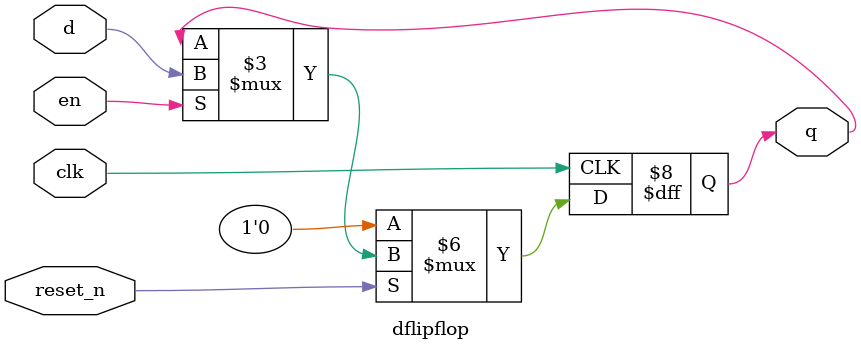
<source format=sv>
/* d-Flip-Flop with synchronous low reset */
module dflipflop (
    input  logic clk,
    input  logic d,
	 input	logic en,
    input  logic reset_n,
    output logic q
);

  always @(posedge clk) begin
    if (!reset_n) begin
      q <= 0;
    end
    else begin
	 if (en) begin
      q <= d;
		end
    end
  end
endmodule

</source>
